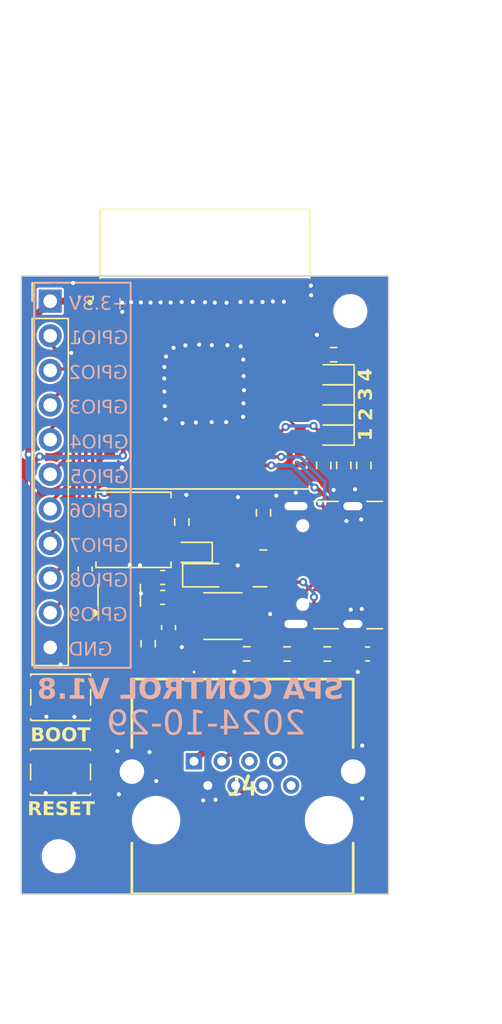
<source format=kicad_pcb>
(kicad_pcb (version 20240108) (generator "pcbnew") (generator_version "8.0")
  (layers (0 "F.Cu" signal "L1 (signal + GND Fill)") (31 "B.Cu" power "L2 (GND Fill)") (34 "B.Paste" user) (35 "F.Paste" user) (36 "B.SilkS" user "B.Silkscreen") (37 "F.SilkS" user "F.Silkscreen") (38 "B.Mask" user) (39 "F.Mask" user) (44 "Edge.Cuts" user))
  (net 0 "")
  (net 1 "GND")
  (net 2 "/ESP32_EN")
  (net 3 "/GPIO0")
  (net 4 "/GPIO48")
  (net 5 "/GPIO1")
  (net 6 "/GPIO2")
  (net 7 "/GPIO3")
  (net 8 "/GPIO4")
  (net 9 "/GPIO5")
  (net 10 "/GPIO6")
  (net 11 "/GPIO7")
  (net 12 "/GPIO8")
  (net 13 "/GPIO9")
  (net 14 "/GPIO10")
  (net 15 "/GPIO11")
  (net 16 "/GPIO12")
  (net 17 "/GPIO13")
  (net 18 "/GPIO14")
  (net 19 "/GPIO15")
  (net 20 "/GPIO16")
  (net 21 "/I2C_SCL")
  (net 22 "/I2C_SDA")
  (net 23 "/GPIO46")
  (net 24 "/GPIO45")
  (net 25 "/GPIO42")
  (net 26 "/GPIO41")
  (net 27 "/GPIO40")
  (net 28 "/GPIO39")
  (net 29 "/GPIO38")
  (net 30 "/GPIO37")
  (net 31 "/GPIO36")
  (net 32 "/GPIO35")
  (net 33 "/GPIO34")
  (net 34 "/GPIO33")
  (net 35 "/GPIO26")
  (net 36 "/GPIO21")
  (net 37 "/USB_N")
  (net 38 "/USB_P")
  (net 39 "/GPIO47")
  (net 40 "Net-(JUSB1-CC1)")
  (net 42 "Net-(JUSB1-CC2)")
  (net 46 "+3.3V")
  (net 47 "Net-(D1-K)")
  (net 48 "Net-(D2-K)")
  (net 49 "/+12V")
  (net 50 "/+5V")
  (net 51 "Net-(J4-Pad5)")
  (net 53 "/+12V_fused")
  (net 54 "Net-(J4-Pad6)")
  (net 58 "Net-(U3-SW)")
  (net 59 "Net-(U3-BST)")
  (net 60 "Net-(D4-K)")
  (net 61 "Net-(D5-K)")
  (net 62 "Net-(D6-K)")
  (net 63 "/GPIO43")
  (net 64 "/GPIO44")
  (footprint "Turbocase:CasePost_M3" (layer "F.Cu") (at 137.25 58.35)
    (property "Reference" "")
    (property "Value" "")
  )
  (footprint "Turbocase:CasePost_M3" (layer "F.Cu") (at 116.225 58.275)
    (property "Reference" "")
    (property "Value" "")
  )
  (footprint "LED_SMD:LED_0603_1608Metric" (layer "F.Cu") (at 136.475 86.975 180)
    (property "Reference" "D2" (hide yes))
    (property "Value" "LED" (hide yes))
  )
  (footprint "R-RJ45R08P-B000:RRJ45R08PB000" (layer "F.Cu") (at 126.19 110.9)
    (property "Reference" "J4")
    (property "Value" "R-RJ45R08P-B000" (hide yes))
  )
  (footprint "Capacitor_SMD:C_0603_1608Metric" (layer "F.Cu") (at 123.89 97.42 180)
    (property "Reference" "C7" (hide yes))
    (property "Value" "22μF" (hide yes))
  )
  (footprint "Resistor_SMD:R_0603_1608Metric" (layer "F.Cu") (at 135.99 103.03 180)
    (property "Reference" "R10" (hide yes))
    (property "Value" "330Ω" (hide yes))
  )
  (footprint "ESP32-S3-MINI-1-N8:XCVR_ESP32-S3-MINI-1-N8" (layer "F.Cu") (at 127 83.2)
    (property "Reference" "U1" (hide yes))
    (property "Value" "ESP32-S3-MINI-1-N8" (hide yes))
  )
  (footprint "LED_SMD:LED_0603_1608Metric" (layer "F.Cu") (at 136.475 85.5 180)
    (property "Reference" "D5" (hide yes))
    (property "Value" "LED" (hide yes))
  )
  (footprint "Resistor_SMD:R_0603_1608Metric" (layer "F.Cu") (at 133.03 103.03)
    (property "Reference" "R9" (hide yes))
    (property "Value" "330Ω" (hide yes))
  )
  (footprint "Inductor_SMD:L_Changjiang_FNR5012S" (layer "F.Cu") (at 121.75 93.925)
    (property "Reference" "L1" (hide yes))
    (property "Value" "4.7uH" (hide yes))
  )
  (footprint "Capacitor_SMD:C_0603_1608Metric" (layer "F.Cu") (at 118.27 80.025 -90)
    (property "Reference" "C1" (hide yes))
    (property "Value" "0.1μF" (hide yes))
  )
  (footprint "Capacitor_SMD:C_0603_1608Metric" (layer "F.Cu") (at 118.2 96.8 -90)
    (property "Reference" "C6" (hide yes))
    (property "Value" "100nF" (hide yes))
  )
  (footprint "Resistor_SMD:R_0603_1608Metric" (layer "F.Cu") (at 130.07 103.02 180)
    (property "Reference" "R2" (hide yes))
    (property "Value" "5.1kΩ" (hide yes))
  )
  (footprint "Resistor_SMD:R_0603_1608Metric" (layer "F.Cu") (at 135.725 89.2 -90)
    (property "Reference" "R5" (hide yes))
    (property "Value" "220Ω" (hide yes))
  )
  (footprint "LED_SMD:LED_0603_1608Metric" (layer "F.Cu") (at 126.05 95.575 180)
    (property "Reference" "D1" (hide yes))
    (property "Value" "LED" (hide yes))
  )
  (footprint "Capacitor_SMD:C_0603_1608Metric" (layer "F.Cu") (at 138.95 103.03)
    (property "Reference" "C3" (hide yes))
    (property "Value" "1μF" (hide yes))
  )
  (footprint "Fuse:Fuse_1812_4532Metric" (layer "F.Cu") (at 128.32 100.25 180)
    (property "Reference" "F1" (hide yes))
    (property "Value" "30V 500mA" (hide yes))
  )
  (footprint "LED_SMD:LED_0603_1608Metric" (layer "F.Cu") (at 136.475 84.025 180)
    (property "Reference" "D4" (hide yes))
    (property "Value" "LED" (hide yes))
  )
  (footprint "Button_Switch_SMD:SW_SPST_PTS810" (layer "F.Cu") (at 116.39 111.69 180)
    (property "Reference" "RESET1" (hide yes))
    (property "Value" "RESET")
  )
  (footprint "Resistor_SMD:R_0603_1608Metric" (layer "F.Cu") (at 137.2 89.2 -90)
    (property "Reference" "R6" (hide yes))
    (property "Value" "220Ω" (hide yes))
  )
  (footprint "Resistor_SMD:R_0603_1608Metric" (layer "F.Cu") (at 125.3 93.35 90)
    (property "Reference" "R4" (hide yes))
    (property "Value" "5.1kΩ" (hide yes))
  )
  (footprint "Capacitor_SMD:C_0603_1608Metric" (layer "F.Cu") (at 123.89 98.88 180)
    (property "Reference" "C9" (hide yes))
    (property "Value" "22μF" (hide yes))
  )
  (footprint "Connector_USB:USB_C_Receptacle_GCT_USB4105-xx-A_16P_TopMnt_Horizontal" (layer "F.Cu") (at 136.79 96.51 90)
    (property "Reference" "JUSB1" (hide yes))
    (property "Value" "USB_C_Receptacle_USB2.0" (hide yes))
  )
  (footprint "Diode_SMD:D_SOD-323" (layer "F.Cu") (at 126.97 97.26)
    (property "Reference" "D3" (hide yes))
    (property "Value" "40V 600mV@1A" (hide yes))
  )
  (footprint "Package_TO_SOT_SMD:TSOT-23-6" (layer "F.Cu") (at 120.7 98.725 90)
    (property "Reference" "U3" (hide yes))
    (property "Value" "AP63203WU" (hide yes))
  )
  (footprint "Resistor_SMD:R_0603_1608Metric" (layer "F.Cu") (at 138.675 89.2 -90)
    (property "Reference" "R7" (hide yes))
    (property "Value" "220Ω" (hide yes))
  )
  (footprint "Button_Switch_SMD:SW_SPST_PTS810" (layer "F.Cu") (at 116.4 106.21 180)
    (property "Reference" "BOOT1" (hide yes))
    (property "Value" "BOOT")
  )
  (footprint "Resistor_SMD:R_0603_1608Metric" (layer "F.Cu") (at 136.45 81.075 180)
    (property "Reference" "R8" (hide yes))
    (property "Value" "220Ω" (hide yes))
  )
  (footprint "Resistor_SMD:R_0603_1608Metric" (layer "F.Cu") (at 131.3 92.675 90)
    (property "Reference" "R1" (hide yes))
    (property "Value" "5.1kΩ" (hide yes))
  )
  (footprint "Package_DFN_QFN:Diodes_UDFN-10_1.0x2.5mm_P0.5mm" (layer "F.Cu") (at 131.0425 96.75)
    (property "Reference" "U2" (hide yes))
    (property "Value" "ESD7104MUTAG" (hide yes))
  )
  (footprint "Turbocase:CasePost_M3" (layer "F.Cu") (at 137.15 127)
    (property "Reference" "")
    (property "Value" "")
  )
  (footprint "Capacitor_SMD:C_0603_1608Metric" (layer "F.Cu") (at 124.325 101.1 -90)
    (property "Reference" "C5" (hide yes))
    (property "Value" "10μF" (hide yes))
  )
  (footprint "turbocase:KeyHole_M3" (layer "F.Cu") (at 127.1 59)
    (property "Reference" "")
    (property "Value" "")
  )
  (footprint "Capacitor_SMD:C_0603_1608Metric" (layer "F.Cu") (at 118.26 76.925 90)
    (property "Reference" "C2" (hide yes))
    (property "Value" "10μF" (hide yes))
  )
  (footprint "Connector_PinHeader_2.54mm:PinHeader_1x11_P2.54mm_Vertical" (layer "F.Cu") (at 115.63 77.15)
    (property "Reference" "J1" (hide yes))
    (property "Value" "Conn_01x11_Pin" (hide yes))
  )
  (footprint "MountingHole:MountingHole_2.2mm_M2" (layer "F.Cu") (at 137.68 77.88)
    (property "Reference" "H2" (hide yes))
    (property "Value" "MountingHole" (hide yes))
  )
  (footprint "LED_SMD:LED_0603_1608Metric" (layer "F.Cu") (at 136.475 82.55 180)
    (property "Reference" "D6" (hide yes))
    (property "Value" "LED" (hide yes))
  )
  (footprint "Turbocase:CasePost_M3" (layer "F.Cu") (at 116.25 126.775)
    (property "Reference" "")
    (property "Value" "")
  )
  (footprint "Resistor_SMD:R_0603_1608Metric" (layer "F.Cu") (at 122.825 102.275 90)
    (property "Reference" "R3" (hide yes))
    (property "Value" "10kΩ" (hide yes))
  )
  (footprint "MountingHole:MountingHole_2.2mm_M2" (layer "F.Cu") (at 116.25 117.87)
    (property "Reference" "H4" (hide yes))
    (property "Value" "MountingHole" (hide yes))
  )
  (gr_rect (start 114.45 75.795) (end 121.54 104.045) (stroke (width 0.15)) (fill none) (layer "B.SilkS"))
  (gr_rect (start 113.5 75.3) (end 140.49 120.65) (stroke (width 0.1)) (fill none) (layer "Edge.Cuts"))
  (gr_text "GPIO2" (at 116.99 83.025 0) (layer "B.SilkS") (effects (font (size 1 1)) (justify right bottom mirror)))
  (gr_text "GND" (at 116.99 103.315 0) (layer "B.SilkS") (effects (font (size 1 1)) (justify right bottom mirror)))
  (gr_text "GPIO8" (at 117.03 98.265 0) (layer "B.SilkS") (effects (font (size 1 1)) (justify right bottom mirror)))
  (gr_text "GPIO4" (at 117.05 88.125 0) (layer "B.SilkS") (effects (font (size 1 1)) (justify right bottom mirror)))
  (gr_text "GPIO6" (at 117.01 93.175 0) (layer "B.SilkS") (effects (font (size 1 1)) (justify right bottom mirror)))
  (gr_text "GPIO7" (at 117.03 95.715 0) (layer "B.SilkS") (effects (font (size 1 1)) (justify right bottom mirror)))
  (gr_text "2024-10-29" (at 127.09 109.25 0) (layer "B.SilkS") (effects (font (size 1.8 1.8) (thickness 0.4)) (justify bottom mirror)))
  (gr_text "+3.3V" (at 116.99 77.95 0) (layer "B.SilkS") (effects (font (size 1 1)) (justify right bottom mirror)))
  (gr_text "GPIO1" (at 117.03 80.48 0) (layer "B.SilkS") (effects (font (size 1 1)) (justify right bottom mirror)))
  (gr_text "SPA CONTROL V1.8" (at 137.2 106.575 0) (layer "B.SilkS") (effects (font (size 1.5 1.5) (thickness 0.3) (bold yes)) (justify left bottom mirror)))
  (gr_text "GPIO9" (at 116.97 100.775 0) (layer "B.SilkS") (effects (font (size 1 1)) (justify right bottom mirror)))
  (gr_text "GPIO5" (at 117.07 90.665 0) (layer "B.SilkS") (effects (font (size 1 1)) (justify right bottom mirror)))
  (gr_text "GPIO3" (at 117.01 85.565 0) (layer "B.SilkS") (effects (font (size 1 1)) (justify right bottom mirror)))
  (gr_text "2" (at 138.875 85.45 90) (layer "F.SilkS") (effects (font (size 1 1) (thickness 0.25) (bold yes))))
  (gr_text "3" (at 138.85 83.975 90) (layer "F.SilkS") (effects (font (size 1 1) (thickness 0.25) (bold yes))))
  (gr_text "4" (at 138.825 82.55 90) (layer "F.SilkS") (effects (font (size 1 1) (thickness 0.25) (bold yes))))
  (gr_text "1" (at 138.85 86.925 90) (layer "F.SilkS") (effects (font (size 1 1) (thickness 0.25) (bold yes))))
  (via (at 125.35 86.1) (size 0.604799) (drill 0.299999) (layers "F.Cu" "B.Cu") (net 1))
  (via (at 120.675 113.325) (size 0.604799) (drill 0.299999) (layers "F.Cu" "B.Cu") (net 1))
  (via (at 126.11 77.203) (size 0.604799) (drill 0.299999) (layers "F.Cu" "B.Cu") (net 1))
  (via (at 117.41 107.64) (size 0.604799) (drill 0.299999) (layers "F.Cu" "B.Cu") (net 1))
  (via (at 129.87 83.683) (size 0.604799) (drill 0.299999) (layers "F.Cu" "B.Cu") (net 1))
  (via (at 120.9 89.347739) (size 0.604799) (drill 0.299999) (layers "F.Cu" "B.Cu") (net 1))
  (via (at 129.425 91.525) (size 0.604799) (drill 0.299999) (layers "F.Cu" "B.Cu") (net 1))
  (via (at 131.99 77.173) (size 0.604799) (drill 0.299999) (layers "F.Cu" "B.Cu") (net 1))
  (via (at 137.39 93.28) (size 0.604799) (drill 0.299999) (layers "F.Cu" "B.Cu") (net 1))
  (via (at 125.3 102.525) (size 0.604799) (drill 0.299999) (layers "F.Cu" "B.Cu") (net 1))
  (via (at 121.475 96.5) (size 0.604799) (drill 0.299999) (layers "F.Cu" "B.Cu") (net 1))
  (via (at 126.33 86.05) (size 0.604799) (drill 0.299999) (layers "F.Cu" "B.Cu") (net 1))
  (via (at 122.3 98.59) (size 0.604799) (drill 0.299999) (layers "F.Cu" "B.Cu") (net 1))
  (via (at 126.998021 77.230065) (size 0.604799) (drill 0.299999) (layers "F.Cu" "B.Cu") (net 1))
  (via (at 124.05 84.85) (size 0.604799) (drill 0.299999) (layers "F.Cu" "B.Cu") (net 1))
  (via (at 125.29 77.213) (size 0.604799) (drill 0.299999) (layers "F.Cu" "B.Cu") (net 1))
  (via (at 132.24 91.42) (size 0.604799) (drill 0.299999) (layers "F.Cu" "B.Cu") (net 1))
  (via (at 120.93 77.94) (size 0.604799) (drill 0.299999) (layers "F.Cu" "B.Cu") (net 1))
  (via (at 131.23 77.213) (size 0.604799) (drill 0.299999) (layers "F.Cu" "B.Cu") (net 1))
  (via (at 120.91 77.253) (size 0.604799) (drill 0.299999) (layers "F.Cu" "B.Cu") (net 1))
  (via (at 129.62 80.47) (size 0.604799) (drill 0.299999) (layers "F.Cu" "B.Cu") (net 1))
  (via (at 132.79 77.193) (size 0.604799) (drill 0.299999) (layers "F.Cu" "B.Cu") (net 1))
  (via (at 129.84 82.643) (size 0.604799) (drill 0.299999) (layers "F.Cu" "B.Cu") (net 1))
  (via (at 117.31 75.82) (size 0.604799) (drill 0.299999) (layers "F.Cu" "B.Cu") (net 1))
  (via (at 124.69 80.57) (size 0.604799) (drill 0.299999) (layers "F.Cu" "B.Cu") (net 1))
  (via (at 127.5 80.38) (size 0.604799) (drill 0.299999) (layers "F.Cu" "B.Cu") (net 1))
  (via (at 134.78 76.013) (size 0.604799) (drill 0.299999) (layers "F.Cu" "B.Cu") (net 1))
  (via (at 123.74 77.24) (size 0.604799) (drill 0.299999) (layers "F.Cu" "B.Cu") (net 1))
  (via (at 124.1 85.8) (size 0.604799) (drill 0.299999) (layers "F.Cu" "B.Cu") (net 1))
  (via (at 129.15 104.33) (size 0.604799) (drill 0.299999) (layers "F.Cu" "B.Cu") (net 1))
  (via (at 124.02 81.98) (size 0.604799) (drill 0.299999) (layers "F.Cu" "B.Cu") (net 1))
  (via (at 138.52 99.73) (size 0.604799) (drill 0.299999) (layers "F.Cu" "B.Cu") (net 1))
  (via (at 129.8 85.633) (size 0.604799) (drill 0.299999) (layers "F.Cu" "B.Cu") (net 1))
  (via (at 117.175 80.95) (size 0.604799) (drill 0.299999) (layers "F.Cu" "B.Cu") (net 1))
  (via (at 117.41 113.28) (size 0.604799) (drill 0.299999) (layers "F.Cu" "B.Cu") (net 1))
  (via (at 129.61 77.213) (size 0.604799) (drill 0.299999) (layers "F.Cu" "B.Cu") (net 1))
  (via (at 138.55 109.75) (size 0.604799) (drill 0.299999) (layers "F.Cu" "B.Cu") (net 1))
  (via (at 128.585575 77.268598) (size 0.604799) (drill 0.299999) (layers "F.Cu" "B.Cu") (net 1))
  (via (at 129.83 84.643) (size 0.604799) (drill 0.299999) (layers "F.Cu" "B.Cu") (net 1))
  (via (at 127.49 86.02) (size 0.604799) (drill 0.299999) (layers "F.Cu" "B.Cu") (net 1))
  (via (at 124.01 82.823) (size 0.604799) (drill 0.299999) (layers "F.Cu" "B.Cu") (net 1))
  (via (at 131.79 100.1) (size 0.604799) (drill 0.299999) (layers "F.Cu" "B.Cu") (net 1))
  (via (at 127.775 113.725) (size 0.604799) (drill 0.299999) (layers "F.Cu" "B.Cu") (net 1))
  (via (at 115.3 113.23) (size 0.604799) (drill 0.299999) (layers "F.Cu" "B.Cu") (net 1))
  (via (at 136.45 91) (size 0.604799) (drill 0.299999) (layers "F.Cu" "B.Cu") (net 1))
  (via (at 123 77.25) (size 0.604799) (drill 0.299999) (layers "F.Cu" "B.Cu") (net 1))
  (via (at 138.225 104.35) (size 0.604799) (drill 0.299999) (layers "F.Cu" "B.Cu") (net 1))
  (via (at 126.57 80.34) (size 0.604799) (drill 0.299999) (layers "F.Cu" "B.Cu") (net 1))
  (via (at 123.425 112.35) (size 0.604799) (drill 0.299999) (layers "F.Cu" "B.Cu") (net 1))
  (via (at 121.58 77.22) (size 0.604799) (drill 0.299999) (layers "F.Cu" "B.Cu") (net 1))
  (via (at 128.56 86.02) (size 0.604799) (drill 0.299999) (layers "F.Cu" "B.Cu") (net 1))
  (via (at 122.925 110.225) (size 0.604799) (drill 0.299999) (layers "F.Cu" "B.Cu") (net 1))
  (via (at 129.81 81.433) (size 0.604799) (drill 0.299999) (layers "F.Cu" "B.Cu") (net 1))
  (via (at 138.025 90.95) (size 0.604799) (drill 0.299999) (layers "F.Cu" "B.Cu") (net 1))
  (via (at 128.65 80.38) (size 0.604799) (drill 0.299999) (layers "F.Cu" "B.Cu") (net 1))
  (via (at 124.48 77.25) (size 0.604799) (drill 0.299999) (layers "F.Cu" "B.Cu") (net 1))
  (via (at 125.63 91.36) (size 0.604799) (drill 0.299999) (layers "F.Cu" "B.Cu") (net 1))
  (via (at 120.57 110.16) (size 0.604799) (drill 0.299999) (layers "F.Cu" "B.Cu") (net 1))
  (via (at 122.29 77.24) (size 0.604799) (drill 0.299999) (layers "F.Cu" "B.Cu") (net 1))
  (via (at 115.35 107.63) (size 0.604799) (drill 0.299999) (layers "F.Cu" "B.Cu") (net 1))
  (via (at 125.56 80.4) (size 0.604799) (drill 0.299999) (layers "F.Cu" "B.Cu") (net 1))
  (via (at 124.02 83.78) (size 0.604799) (drill 0.299999) (layers "F.Cu" "B.Cu") (net 1))
  (via (at 116.4 103.8) (size 0.604799) (drill 0.299999) (layers "F.Cu" "B.Cu") (net 1))
  (via (at 129.41 96.53) (size 0.604799) (drill 0.299999) (layers "F.Cu" "B.Cu") (net 1))
  (via (at 138.55 113.625) (size 0.604799) (drill 0.299999) (layers "F.Cu" "B.Cu") (net 1))
  (via (at 133.675 91.2) (size 0.604799) (drill 0.299999) (layers "F.Cu" "B.Cu") (net 1))
  (via (at 137.71 99.78) (size 0.604799) (drill 0.299999) (layers "F.Cu" "B.Cu") (net 1))
  (via (at 127.722439 77.260891) (size 0.604799) (drill 0.299999) (layers "F.Cu" "B.Cu") (net 1))
  (via (at 130.419739 77.206945) (size 0.604799) (drill 0.299999) (layers "F.Cu" "B.Cu") (net 1))
  (via (at 135.225 79.625) (size 0.604799) (drill 0.299999) (layers "F.Cu" "B.Cu") (net 1))
  (via (at 126.87 113.77) (size 0.604799) (drill 0.299999) (layers "F.Cu" "B.Cu") (net 1))
  (via (at 138.48 93.16) (size 0.604799) (drill 0.299999) (layers "F.Cu" "B.Cu") (net 1))
  (via (at 124.14 81.21) (size 0.604799) (drill 0.299999) (layers "F.Cu" "B.Cu") (net 1))
  (via (at 134.8 76.713) (size 0.604799) (drill 0.299999) (layers "F.Cu" "B.Cu") (net 1))
  (via (at 122.225 96.525) (size 0.604799) (drill 0.299999) (layers "F.Cu" "B.Cu") (net 1))
  (segment (start 134.617999 77.317999) (end 134.307999 77.317999) (width 0.3) (layer "F.Cu") (net 2))
  (segment (start 119.575 111.725) (end 119.575 118.465) (width 0.3) (layer "F.Cu") (net 2))
  (segment (start 119.95 105.975) (end 122.825 103.1) (width 0.3) (layer "F.Cu") (net 2))
  (segment (start 139.32 79.65) (end 136.95 79.65) (width 0.3) (layer "F.Cu") (net 2))
  (segment (start 140.065 80.395) (end 139.32 79.65) (width 0.3) (layer "F.Cu") (net 2))
  (segment (start 120.83 119.72) (end 135.9162 119.72) (width 0.3) (layer "F.Cu") (net 2))
  (segment (start 140.065 115.5712) (end 140.065 104.015) (width 0.3) (layer "F.Cu") (net 2))
  (segment (start 114.315 110.615) (end 118.465 110.615) (width 0.3) (layer "F.Cu") (net 2))
  (segment (start 135.9162 119.72) (end 140.065 115.5712) (width 0.3) (layer "F.Cu") (net 2))
  (segment (start 136.95 79.65) (end 134.617999 77.317999) (width 0.3) (layer "F.Cu") (net 2))
  (segment (start 119.95 109.13) (end 119.95 105.975) (width 0.3) (layer "F.Cu") (net 2))
  (segment (start 140.065 104.015) (end 139.725 103.675) (width 0.3) (layer "F.Cu") (net 2))
  (segment (start 119.575 118.465) (end 120.83 119.72) (width 0.3) (layer "F.Cu") (net 2))
  (segment (start 140.065 102.11) (end 140.065 80.395) (width 0.3) (layer "F.Cu") (net 2))
  (segment (start 139.725 103.03) (end 139.725 102.45) (width 0.3) (layer "F.Cu") (net 2))
  (segment (start 118.465 110.615) (end 119.575 111.725) (width 0.3) (layer "F.Cu") (net 2))
  (segment (start 134.307999 77.317999) (end 134.24 77.25) (width 0.3) (layer "F.Cu") (net 2))
  (segment (start 139.725 103.675) (end 139.725 103.03) (width 0.3) (layer "F.Cu") (net 2))
  (segment (start 139.725 102.45) (end 140.065 102.11) (width 0.3) (layer "F.Cu") (net 2))
  (segment (start 118.465 110.615) (end 119.95 109.13) (width 0.3) (layer "F.Cu") (net 2))
  (segment (start 114.85 88.55) (end 114.325 89.075) (width 0.35) (layer "F.Cu") (net 3))
  (segment (start 114.325 105.135) (end 118.475 105.135) (width 0.35) (layer "F.Cu") (net 3))
  (segment (start 114.325 89.075) (end 114.325 105.135) (width 0.35) (layer "F.Cu") (net 3))
  (segment (start 121 88.45) (end 121 80.2) (width 0.35) (layer "F.Cu") (net 3))
  (segment (start 120.975 88.475) (end 121 88.45) (width 0.35) (layer "F.Cu") (net 3))
  (segment (start 120.6 79.8) (end 120 79.8) (width 0.35) (layer "F.Cu") (net 3))
  (segment (start 121 80.2) (end 120.6 79.8) (width 0.35) (layer "F.Cu") (net 3))
  (via (at 114.85 88.55) (size 0.604799) (drill 0.299999) (layers "F.Cu" "B.Cu") (net 3))
  (via (at 120.975 88.475) (size 0.604799) (drill 0.299999) (layers "F.Cu" "B.Cu") (net 3))
  (segment (start 114.9 88.6) (end 120.85 88.6) (width 0.35) (layer "B.Cu") (net 3))
  (segment (start 114.85 88.55) (end 114.9 88.6) (width 0.35) (layer "B.Cu") (net 3))
  (segment (start 120.85 88.6) (end 120.975 88.475) (width 0.35) (layer "B.Cu") (net 3))
  (segment (start 118.795281 81.554999) (end 119.70028 80.65) (width 0.25) (layer "F.Cu") (net 5))
  (segment (start 119.70028 80.65) (end 120 80.65) (width 0.25) (layer "F.Cu") (net 5))
  (segment (start 115.63 80.260598) (end 116.924401 81.554999) (width 0.25) (layer "F.Cu") (net 5))
  (segment (start 116.924401 81.554999) (end 118.795281 81.554999) (width 0.25) (layer "F.Cu") (net 5))
  (segment (start 115.86 82) (end 115.985 82.125) (width 0.25) (layer "F.Cu") (net 6))
  (segment (start 119.07528 82.125) (end 119.70028 81.5) (width 0.25) (layer "F.Cu") (net 6))
  (segment (start 115.985 82.125) (end 119.07528 82.125) (width 0.25) (layer "F.Cu") (net 6))
  (segment (start 119.70028 81.5) (end 120 81.5) (width 0.25) (layer "F.Cu") (net 6))
  (segment (start 117.44986 82.72514) (end 119.62486 82.72514) (width 0.25) (layer "F.Cu") (net 7))
  (segment (start 115.63 84.545) (end 117.44986 82.72514) (width 0.25) (layer "F.Cu") (net 7))
  (segment (start 119.62486 82.72514) (end 120 82.35) (width 0.25) (layer "F.Cu") (net 7))
  (segment (start 115.63 84.77) (end 115.63 84.545) (width 0.25) (layer "F.Cu") (net 7))
  (segment (start 115.6775 87.31) (end 115.6775 86.5225) (width 0.25) (layer "F.Cu") (net 8))
  (segment (start 115.6775 86.5225) (end 119 83.2) (width 0.25) (layer "F.Cu") (net 8))
  (segment (start 119 83.2) (end 119.7875 83.2) (width 0.25) (layer "F.Cu") (net 8))
  (segment (start 115.63 89.85) (end 116.825 88.655) (width 0.25) (layer "F.Cu") (net 9))
  (segment (start 119.2 84.05) (end 119.775 84.05) (width 0.25) (layer "F.Cu") (net 9))
  (segment (start 116.825 88.655) (end 116.825 86.425) (width 0.25) (layer "F.Cu") (net 9))
  (segment (start 116.825 86.425) (end 119.2 84.05) (width 0.25) (layer "F.Cu") (net 9))
  (segment (start 117.325 90.225) (end 117.325 86.75) (width 0.25) (layer "F.Cu") (net 10))
  (segment (start 115.63 92.39) (end 115.63 91.92) (width 0.25) (layer "F.Cu") (net 10))
  (segment (start 119.175 84.9) (end 120 84.9) (width 0.25) (layer "F.Cu") (net 10))
  (segment (start 117.325 86.75) (end 119.175 84.9) (width 0.25) (layer "F.Cu") (net 10))
  (segment (start 115.63 91.92) (end 117.325 90.225) (width 0.25) (layer "F.Cu") (net 10))
  (segment (start 117.775 92.075) (end 117.775 87.175) (width 0.25) (layer "F.Cu") (net 11))
  (segment (start 117.775 87.175) (end 119.2 85.75) (width 0.25) (layer "F.Cu") (net 11))
  (segment (start 119.2 85.75) (end 120 85.75) (width 0.25) (layer "F.Cu") (net 11))
  (segment (start 115.63 94.22) (end 117.775 92.075) (width 0.25) (layer "F.Cu") (net 11))
  (segment (start 115.63 94.93) (end 115.63 94.22) (width 0.25) (layer "F.Cu") (net 11))
  (segment (start 118.25 92.55) (end 118.25 87.725) (width 0.25) (layer "F.Cu") (net 12))
  (segment (start 119.375 86.6) (end 120 86.6) (width 0.25) (layer "F.Cu") (net 12))
  (segment (start 115.63 97.47) (end 116.9 96.2) (width 0.25) (layer "F.Cu") (net 12))
  (segment (start 116.9 93.9) (end 118.25 92.55) (width 0.25) (layer "F.Cu") (net 12))
  (segment (start 118.25 87.725) (end 119.375 86.6) (width 0.25) (layer "F.Cu") (net 12))
  (segment (start 116.9 96.2) (end 116.9 93.9) (width 0.25) (layer "F.Cu") (net 12))
  (segment (start 118.75 93) (end 117.325 94.425) (width 0.25) (layer "F.Cu") (net 13))
  (segment (start 119.275 87.45) (end 118.75 87.975) (width 0.25) (layer "F.Cu") (net 13))
  (segment (start 117.325 98.315) (end 115.63 100.01) (width 0.25) (layer "F.Cu") (net 13))
  (segment (start 120 87.45) (end 119.275 87.45) (width 0.25) (layer "F.Cu") (net 13))
  (segment (start 118.75 87.975) (end 118.75 93) (width 0.25) (layer "F.Cu") (net 13))
  (segment (start 117.325 94.425) (end 117.325 98.315) (width 0.25) (layer "F.Cu") (net 13))
  (segment (start 135.65 86.975) (end 134.975 86.3) (width 0.25) (layer "F.Cu") (net 18))
  (segment (start 132.925 86.375) (end 131.35 87.95) (width 0.25) (layer "F.Cu") (net 18))
  (segment (start 131.35 87.95) (end 124.8 87.95) (width 0.25) (layer "F.Cu") (net 18))
  (segment (start 124.8 87.95) (end 122.75 90) (width 0.25) (layer "F.Cu") (net 18))
  (via (at 134.975 86.3) (size 0.604799) (drill 0.299999) (layers "F.Cu" "B.Cu") (net 18))
  (via (at 132.925 86.375) (size 0.604799) (drill 0.299999) (layers "F.Cu" "B.Cu") (net 18))
  (segment (start 133 86.3) (end 132.925 86.375) (width 0.25) (layer "B.Cu") (net 18))
  (segment (start 134.975 86.3) (end 133 86.3) (width 0.25) (layer "B.Cu") (net 18))
  (segment (start 132.6 88.575) (end 125.025 88.575) (width 0.25) (layer "F.Cu") (net 19))
  (segment (start 135.45 91.975) (end 135.775 92.3) (width 0.3) (layer "F.Cu") (net 19))
  (segment (start 135.775 92.3) (end 135.775 101.2) (width 0.3) (layer "F.Cu") (net 19))
  (segment (start 135.775 101.2) (end 133.945 103.03) (width 0.3) (layer "F.Cu") (net 19))
  (segment (start 125.025 88.575) (end 123.6 90) (width 0.25) (layer "F.Cu") (net 19))
  (via (at 135.45 91.975) (size 0.604799) (drill 0.299999) (layers "F.Cu" "B.Cu") (net 19))
  (via (at 132.6 88.575) (size 0.604799) (drill 0.299999) (layers "F.Cu" "B.Cu") (net 19))
  (segment (start 135.804999 90.399401) (end 135.804999 91.620001) (width 0.25) (layer "B.Cu") (net 19))
  (segment (start 135.804999 91.620001) (end 135.45 91.975) (width 0.25) (layer "B.Cu") (net 19))
  (segment (start 133.980598 88.575) (end 135.804999 90.399401) (width 0.25) (layer "B.Cu") (net 19))
  (segment (start 132.6 88.575) (end 133.980598 88.575) (width 0.25) (layer "B.Cu") (net 19))
  (segment (start 136.45 92.084046) (end 136.45 101.745) (width 0.3) (layer "F.Cu") (net 20))
  (segment (start 135.190954 90.825) (end 136.45 92.084046) (width 0.3) (layer "F.Cu") (net 20))
  (segment (start 125.15028 89.2) (end 124.45 89.90028) (width 0.3) (layer "F.Cu") (net 20))
  (segment (start 124.45 89.90028) (end 124.45 90.2) (width 0.3) (layer "F.Cu") (net 20))
  (segment (start 135.05 90.825) (end 135.190954 90.825) (width 0.3) (layer "F.Cu") (net 20))
  (segment (start 136.45 101.745) (end 135.165 103.03) (width 0.3) (layer "F.Cu") (net 20))
  (segment (start 131.875 89.2) (end 125.15028 89.2) (width 0.3) (layer "F.Cu") (net 20))
  (via (at 135.05 90.825) (size 0.604799) (drill 0.299999) (layers "F.Cu" "B.Cu") (net 20))
  (via (at 131.875 89.2) (size 0.604799) (drill 0.299999) (layers "F.Cu" "B.Cu") (net 20))
  (segment (start 135.05 90.825) (end 133.429999 89.204999) (width 0.3) (layer "B.Cu") (net 20))
  (segment (start 133.429999 89.204999) (end 131.879999 89.204999) (width 0.3) (layer "B.Cu") (net 20))
  (segment (start 131.879999 89.204999) (end 131.875 89.2) (width 0.3) (layer "B.Cu") (net 20))
  (segment (start 135.6875 84.025) (end 134.8625 83.2) (width 0.25) (layer "F.Cu") (net 25))
  (segment (start 134.8625 83.2) (end 134 83.2) (width 0.25) (layer "F.Cu") (net 25))
  (segment (start 135.6875 85.5) (end 134.2375 84.05) (width 0.25) (layer "F.Cu") (net 26))
  (segment (start 127.225 90.425) (end 127 90.2) (width 0.25) (layer "F.Cu") (net 37))
  (segment (start 128.15 94.225) (end 127.225 93.3) (width 0.25) (layer "F.Cu") (net 37))
  (segment (start 133.11 96.26) (end 132.46 96.26) (width 0.155814) (layer "F.Cu") (net 37))
  (segment (start 132.379186 97.26) (end 132.19 97.070814) (width 0.25) (layer "F.Cu") (net 37))
  (segment (start 131.43 96.25) (end 132.369186 96.25) (width 0.25) (layer "F.Cu") (net 37))
  (segment (start 132.19 96.449186) (end 132.379186 96.26) (width 0.25) (layer "F.Cu") (net 37))
  (segment (start 132.369186 96.25) (end 132.379186 96.26) (width 0.25) (layer "F.Cu") (net 37))
  (segment (start 132.379186 96.26) (end 133.11 96.26) (width 0.25) (layer "F.Cu") (net 37))
  (segment (start 127.225 93.3) (end 127.225 90.425) (width 0.25) (layer "F.Cu") (net 37))
  (segment (start 133.11 97.26) (end 132.379186 97.26) (width 0.25) (layer "F.Cu") (net 37))
  (segment (start 130.655 96.25) (end 130.16546 96.25) (width 0.25) (layer "F.Cu") (net 37))
  (segment (start 131.43 96.25) (end 130.655 96.25) (width 0.25) (layer "F.Cu") (net 37))
  (segment (start 128.15 94.23454) (end 128.15 94.225) (width 0.25) (layer "F.Cu") (net 37))
  (segment (start 130.16546 96.25) (end 128.15 94.23454) (width 0.25) (layer "F.Cu") (net 37))
  (segment (start 132.19 97.070814) (end 132.19 96.449186) (width 0.25) (layer "F.Cu") (net 37))
  (segment (start 134 96.600814) (end 134 95.969466) (width 0.25) (layer "F.Cu") (net 38))
  (segment (start 127.662711 90.387289) (end 127.85 90.2) (width 0.25) (layer "F.Cu") (net 38))
  (segment (start 133.840814 96.76) (end 134 96.600814) (width 0.25) (layer "F.Cu") (net 38))
  (segment (start 134 95.969466) (end 133.790534 95.76) (width 0.25) (layer "F.Cu") (net 38))
  (segment (start 130.35 95.75) (end 127.662711 93.062711) (width 0.25) (layer "F.Cu") (net 38))
  (segment (start 133.11 96.76) (end 133.840814 96.76) (width 0.25) (layer "F.Cu") (net 38))
  (segment (start 130.655 95.75) (end 130.35 95.75) (width 0.25) (layer "F.Cu") (net 38))
  (segment (start 133.790534 95.76) (end 133.11 95.76) (width 0.25) (layer "F.Cu") (net 38))
  (segment (start 133.11 95.76) (end 131.44 95.76) (width 0.25) (layer "F.Cu") (net 38))
  (segment (start 127.662711 93.062711) (end 127.662711 90.387289) (width 0.25) (layer "F.Cu") (net 38))
  (segment (start 131.43 95.75) (end 130.655 95.75) (width 0.25) (layer "F.Cu") (net 38))
  (segment (start 135.00986 101.23014) (end 134.54 101.7) (width 0.25) (layer "F.Cu") (net 40))
  (segment (start 135.00986 98.85986) (end 135.00986 101.23014) (width 0.25) (layer "F.Cu") (net 40))
  (segment (start 132.02 101.7) (end 130.895 102.825) (width 0.25) (layer "F.Cu") (net 40))
  (segment (start 134.21 97.76) (end 133.11 97.76) (width 0.25) (layer "F.Cu") (net 40))
  (segment (start 134.54 101.7) (end 132.02 101.7) (width 0.25) (layer "F.Cu") (net 40))
  (via (at 135.00986 98.85986) (size 0.604799) (drill 0.299999) (layers "F.Cu" "B.Cu") (net 40))
  (via (at 134.21 97.76) (size 0.604799) (drill 0.299999) (layers "F.Cu" "B.Cu") (net 40))
  (segment (start 135.00986 98.55986) (end 134.21 97.76) (width 0.25) (layer "B.Cu") (net 40))
  (segment (start 135.00986 98.85986) (end 135.00986 98.55986) (width 0.25) (layer "B.Cu") (net 40))
  (segment (start 132.33528 94.76) (end 131.3 93.72472) (width 0.25) (layer "F.Cu") (net 42))
  (segment (start 133.11 94.76) (end 132.33528 94.76) (width 0.25) (layer "F.Cu") (net 42))
  (segment (start 121.225 91.225) (end 123.6 93.6) (width 0.5) (layer "F.Cu") (net 46))
  (segment (start 117.71 77.15) (end 118.26 77.7) (width 0.5) (layer "F.Cu") (net 46))
  (segment (start 115.63 77.15) (end 117.71 77.15) (width 0.5) (layer "F.Cu") (net 46))
  (segment (start 114.05 88.4) (end 114.05 78.73) (width 0.5) (layer "F.Cu") (net 46))
  (segment (start 125.2625 95.575) (end 127.825 98.1375) (width 0.25) (layer "F.Cu") (net 46))
  (segment (start 125.950599 103.454999) (end 124.429999 103.454999) (width 0.25) (layer "F.Cu") (net 46))
  (segment (start 123.125 102.15) (end 122.825 101.85) (width 0.25) (layer "F.Cu") (net 46))
  (segment (start 122.825 101.85) (end 122.825 101.45) (width 0.25) (layer "F.Cu") (net 46))
  (segment (start 121.875 100.9) (end 120.470002 100.9) (width 0.25) (layer "F.Cu") (net 46))
  (segment (start 119.6 91.225) (end 121.225 91.225) (width 0.5) (layer "F.Cu") (net 46))
  (segment (start 127.825 98.1375) (end 127.825 101.580598) (width 0.25) (layer "F.Cu") (net 46))
  (segment (start 124.429999 103.454999) (end 123.125 102.15) (width 0.25) (layer "F.Cu") (net 46))
  (segment (start 118.26 77.7) (end 118.26 79.24) (width 0.5) (layer "F.Cu") (net 46))
  (segment (start 119.51 78.95) (end 120 78.95) (width 0.5) (layer "F.Cu") (net 46))
  (segment (start 127.825 101.580598) (end 125.950599 103.454999) (width 0.25) (layer "F.Cu") (net 46))
  (segment (start 118.26 77.7) (end 119.51 78.95) (width 0.5) (layer "F.Cu") (net 46))
  (segment (start 123.125 102.15) (end 121.875 100.9) (width 0.25) (layer "F.Cu") (net 46))
  (segment (start 120.470002 100.9) (end 119.75 100.179998) (width 0.25) (layer "F.Cu") (net 46))
  (segment (start 114.05 78.73) (end 115.63 77.15) (width 0.5) (layer "F.Cu") (net 46))
  (via (at 119.6 91.225) (size 0.604799) (drill 0.299999) (layers "F.Cu" "B.Cu") (net 46))
  (via (at 114.05 88.4) (size 0.604799) (drill 0.299999) (layers "F.Cu" "B.Cu") (net 46))
  (segment (start 114.05 90.037569) (end 115.137431 91.125) (width 0.5) (layer "B.Cu") (net 46))
  (segment (start 119.5 91.125) (end 119.6 91.225) (width 0.5) (layer "B.Cu") (net 46))
  (segment (start 115.137431 91.125) (end 119.5 91.125) (width 0.5) (layer "B.Cu") (net 46))
  (segment (start 114.05 88.4) (end 114.05 90.037569) (width 0.5) (layer "B.Cu") (net 46))
  (segment (start 125.3 94.175) (end 126.6625 95.5375) (width 0.25) (layer "F.Cu") (net 47))
  (segment (start 137.125 86.975) (end 135.725 88.375) (width 0.25) (layer "F.Cu") (net 48))
  (segment (start 128.35 108.74) (end 128.35 101.775) (width 0.5) (layer "F.Cu") (net 49))
  (segment (start 128.35 101.775) (end 129.8725 100.2525) (width 0.5) (layer "F.Cu") (net 49))
  (segment (start 129.8725 100.2525) (end 130.46 100.2525) (width 0.5) (layer "F.Cu") (net 49))
  (segment (start 126.19 110.9) (end 128.35 108.74) (width 0.5) (layer "F.Cu") (net 49))
  (segment (start 134.894999 97.930599) (end 134.129598 98.696) (width 0.25) (layer "F.Cu") (net 50))
  (segment (start 133.11 94.11) (end 133.679394 94.11) (width 0.25) (layer "F.Cu") (net 50))
  (segment (start 132.61014 98.91) (end 132.09 98.38986) (width 0.25) (layer "F.Cu") (net 50))
  (segment (start 131.76 97.25) (end 131.43 97.25) (width 0.25) (layer "F.Cu") (net 50))
  (segment (start 132.09 98.38986) (end 132.09 97.58) (width 0.25) (layer "F.Cu") (net 50))
  (segment (start 130.655 97.25) (end 131.43 97.25) (width 0.25) (layer "F.Cu") (net 50))
  (segment (start 128.03 97.25) (end 130.655 97.25) (width 0.25) (layer "F.Cu") (net 50))
  (segment (start 134.894999 95.325605) (end 134.894999 97.930599) (width 0.25) (layer "F.Cu") (net 50))
  (segment (start 134.129598 98.696) (end 133.324 98.696) (width 0.25) (layer "F.Cu") (net 50))
  (segment (start 132.09 97.58) (end 131.76 97.25) (width 0.25) (layer "F.Cu") (net 50))
  (segment (start 133.679394 94.11) (end 134.894999 95.325605) (width 0.25) (layer "F.Cu") (net 50))
  (segment (start 133.324 98.696) (end 133.11 98.91) (width 0.25) (layer "F.Cu") (net 50))
  (segment (start 133.11 98.91) (end 132.61014 98.91) (width 0.25) (layer "F.Cu") (net 50))
  (segment (start 135.72 104.125) (end 136.815 103.03) (width 0.3) (layer "F.Cu") (net 51))
  (segment (start 129.25 112.68) (end 130.35 113.78) (width 0.3) (layer "F.Cu") (net 51))
  (segment (start 134.095 113.78) (end 135.72 112.155) (width 0.3) (layer "F.Cu") (net 51))
  (segment (start 130.35 113.78) (end 134.095 113.78) (width 0.3) (layer "F.Cu") (net 51))
  (segment (start 135.72 112.155) (end 135.72 104.125) (width 0.3) (layer "F.Cu") (net 51))
  (segment (start 125.91 97.27) (end 125.91 99.9775) (width 0.25) (layer "F.Cu") (net 53))
  (segment (start 121.65 99.8625) (end 120.7 99.8625) (width 0.5) (layer "F.Cu") (net 53))
  (segment (start 128.285 110.9) (end 132.225 106.96) (width 0.3) (layer "F.Cu") (net 54))
  (segment (start 132.225 106.96) (end 132.225 103.05) (width 0.3) (layer "F.Cu") (net 54))
  (segment (start 118.2 96.025) (end 119.425 96.025) (width 0.25) (layer "F.Cu") (net 58))
  (segment (start 119.425 96.025) (end 120.345 95.105) (width 0.25) (layer "F.Cu") (net 58))
  (segment (start 119.7325 97.7625) (end 119.545 97.575) (width 0.25) (layer "F.Cu") (net 59))
  (segment (start 119.545 97.575) (end 118.2 97.575) (width 0.25) (layer "F.Cu") (net 59))
  (segment (start 138.675 88.375) (end 138.675 85.4375) (width 0.25) (layer "F.Cu") (net 60))
  (segment (start 138.675 85.4375) (end 137.2625 84.025) (width 0.25) (layer "F.Cu") (net 60))
  (segment (start 137.2 88.375) (end 138.125 87.45) (width 0.25) (layer "F.Cu") (net 61))
  (segment (start 138.125 86.3625) (end 137.2625 85.5) (width 0.25) (layer "F.Cu") (net 61))
  (segment (start 138.125 87.45) (end 138.125 86.3625) (width 0.25) (layer "F.Cu") (net 61))
  (segment (start 137.275 81.075) (end 137.275 82.5375) (width 0.25) (layer "F.Cu") (net 62))
  (segment (start 135.4875 82.35) (end 134 82.35) (width 0.25) (layer "F.Cu") (net 63))
  (zone (net 53) (net_name "/+12V_fused") (layer "F.Cu") (name "+12V Fused") (connect_pads yes (clearance 0)) (min_thickness 0.25) (fill yes (thermal_gap 0.5) (thermal_bridge_width 0.5))
    (polygon (pts (xy 120.445269 99.032147) (xy 120.400887 100.804612) (xy 123.783744 100.84581) (xy 126.880818 102.002147) (xy 126.870887 98.367147) (xy 125.500887 98.359824) (xy 125.500887 99.421314) (xy 123.504929 99.427147) (xy 122.961807 99.416227) (xy 122.200605 99.256865) (xy 121.975887 99.032147)))
  )
  (zone (net 46) (net_name "+3.3V") (layer "F.Cu") (name "Inductor Output") (priority 1) (connect_pads yes (clearance 0)) (min_thickness 0.25) (fill yes (thermal_gap 0.5) (thermal_bridge_width 0.5))
    (polygon (pts (xy 124.02 99.505416) (xy 125.34 99.517202) (xy 125.34 97.11) (xy 125.34 96.64) (xy 126.09 96.175) (xy 126.09 94.75) (xy 124.925 94.75) (xy 124.58 94.405) (xy 124.58 91.81) (xy 124.53 91.76) (xy 123.24 91.76) (xy 122.48 91.76) (xy 122.48 96.11) (xy 123.23 96.13) (xy 124.1 96.13) (xy 124.02 96.125)))
  )
  (zone (net 58) (net_name "Net-(U3-SW)") (layer "F.Cu") (name "Inductor Input") (connect_pads yes (clearance 0)) (min_thickness 0.25) (fill yes (thermal_gap 0.5) (thermal_bridge_width 0.5))
    (polygon (pts (xy 121 98.42) (xy 121 91.83) (xy 119.49 91.83) (xy 119.46 91.86) (xy 119.46 96.09) (xy 120.37 97) (xy 120.37 98.42)))
  )
  (zone (net 1) (net_name "GND") (layers "F&B.Cu") (connect_pads yes (clearance 0.1524)) (min_thickness 0.1524) (fill yes (thermal_gap 0.5) (thermal_bridge_width 0.5) (island_removal_mode 1) (island_area_min 9.999999))
    (polygon (pts (xy 113.55 75.318586) (xy 140.44547 75.307942) (xy 140.474784 120.615607) (xy 113.512036 120.583717)))
  )
)
</source>
